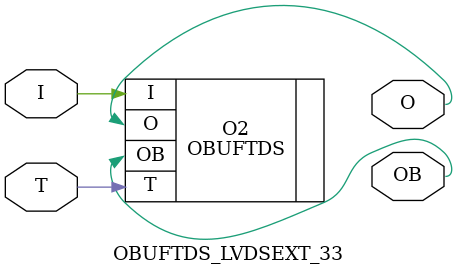
<source format=v>


`timescale  1 ps / 1 ps


module OBUFTDS_LVDSEXT_33 (O, OB, I, T);

    output O, OB;

    input  I, T;

	OBUFTDS #(.IOSTANDARD("LVDSEXT_33")) O2 (.O(O), .I(I), .OB(OB), .T(T));


endmodule



</source>
